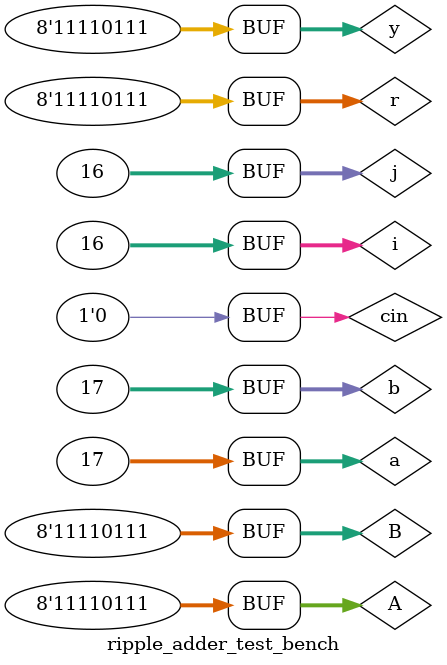
<source format=v>
`timescale 1ns / 1ps
 
// STUDENTS : ATHARVA ROSHAN NAIK (18CS10067)
//            RADHIKA PATWARI (18CS10062)
 
// ASSIGNMENT 1
 
// Test bench for ripple carry adder for 8-bit inputs
module ripple_adder_test_bench;
 
 reg [7:0] A,B,r,y;
 reg cin;
 wire cout;
 wire [7:0] sum;
 
 // callling the ripple carry adder module for 8-bits
 ripple_adder_8 f(.sum(sum), .cout(cout), .a(A), .b(B), .cin(cin));
 localparam t = 10;
 integer a,b,i,j;       //loop variables
 
 initial
     begin
         cin = 1'b0;    //taking initial carry as 0
 
         //monitoring the change in values
         $monitor($time,"A = %b , B = %b , out_carry = %b ,Sum = %b",A,B,cout,sum);
 
         //taking  all possible combinations of 2  8-bit numbers
         b = 1;
         for(i=0;i<8;i=i+1)
         begin
             r[0] = (b%2 == 0)? 1:0;
             r[1] = (b%4 == 0 || b%4 == 3)? 1:0;
             r[2] = (b%8 == 0 || b%8 == 7 || b%8 == 6 || b%8 == 5)? 1:0;
             r[3] = (b%16 == 0 || b%16 == 15 || b%16 == 14 || b%16 == 13 || b%16 == 12 || b%16 == 11 || b%16 == 10 || b%16 == 9)? 1:0;
             a = 1;
             A[3:0] = r[3:0];
 
             for(j=0;j<8;j=j+1)
                begin
                #2
                    y[0] = (a%2 == 0)? 1:0;
                    y[1] = (a%4 == 0 || a%4 == 3)? 1:0;
                    y[2] = (a%8 == 0 || a%8 == 7 || a%8 == 6 || a%8 == 5)? 1:0;
                    y[3] = (a%16 == 0 || a%16 == 15 || a%16 == 14 || a%16 == 13 || a%16 == 12 || a%16 == 11 || a%16 == 10 || a%16 == 9)? 1:0;
                    a = a+1;
                    B[3:0] = y[3:0];
                end
             b = b+1;
 
         end
 
         b = 1;
         for(i=0;i<16;i=i+1)
         begin
             r[4] = (b%2 == 0)? 1:0;
             r[5] = (b%4 == 0 || b%4 == 3)? 1:0;
             r[6] = (b%8 == 0 || b%8 == 7 || b%8 == 6 || b%8 == 5)? 1:0;
             r[7] = (b%16 == 0 || b%16 == 15 || b%16 == 14 || b%16 == 13 || b%16 == 12 || b%16 == 11 || b%16 == 10 || b%16 == 9)? 1:0;
             a = 1;
             A[7:4] = r[7:4];
             for(j=0;j<16;j=j+1)
                begin
                #2
                    y[4] = (a%2 == 0)? 1:0;
                    y[5] = (a%4 == 0 || a%4 == 3)? 1:0;
                    y[6] = (a%8 == 0 || a%8 == 7 || a%8 == 6 || a%8 == 5)? 1:0;
                    y[7] = (a%16 == 0 || a%16 == 15 || a%16 == 14 || a%16 == 13 || a%16 == 12 || a%16 == 11 || a%16 == 10 || a%16 == 9)? 1:0;
                    a = a+1;
                    B[7:4] = y[7:4];
                end
             b = b+1;
         end
     end
 endmodule
</source>
